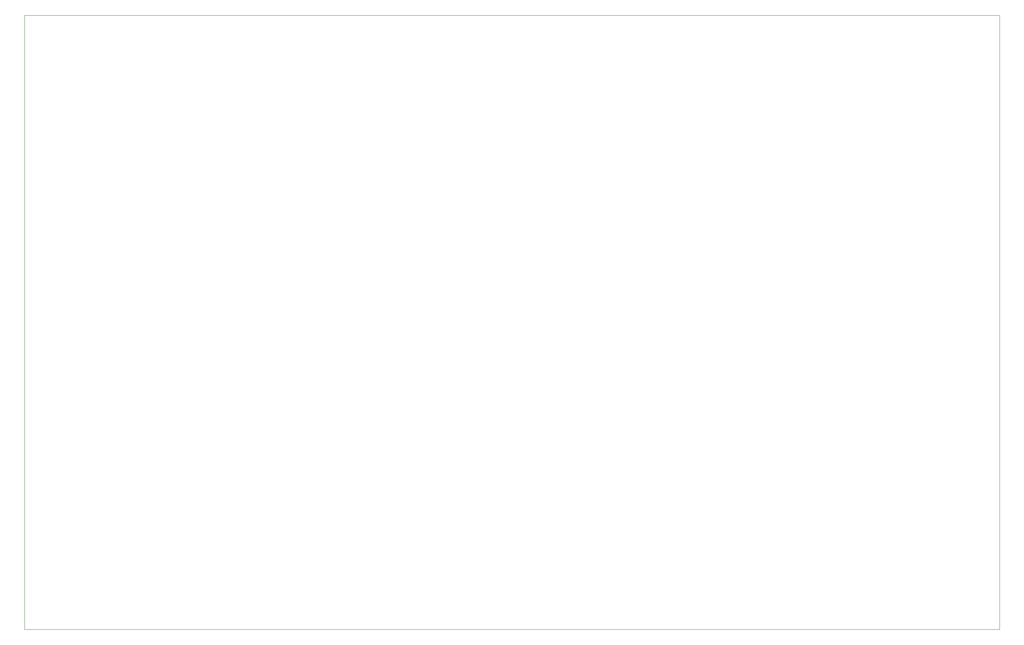
<source format=gbr>
G04 #@! TF.GenerationSoftware,KiCad,Pcbnew,5.1.4-e60b266~84~ubuntu18.04.1*
G04 #@! TF.CreationDate,2019-10-13T11:52:52+02:00*
G04 #@! TF.ProjectId,High_power__DC_DC_board,48696768-5f70-46f7-9765-725f5f44435f,rev?*
G04 #@! TF.SameCoordinates,Original*
G04 #@! TF.FileFunction,Profile,NP*
%FSLAX46Y46*%
G04 Gerber Fmt 4.6, Leading zero omitted, Abs format (unit mm)*
G04 Created by KiCad (PCBNEW 5.1.4-e60b266~84~ubuntu18.04.1) date 2019-10-13 11:52:52*
%MOMM*%
%LPD*%
G04 APERTURE LIST*
%ADD10C,0.050000*%
G04 APERTURE END LIST*
D10*
X234000000Y-23450000D02*
X18000000Y-23450000D01*
X18000000Y-159700000D02*
X18000000Y-23450000D01*
X234000000Y-159700000D02*
X18000000Y-159700000D01*
X234000000Y-23450000D02*
X234000000Y-159700000D01*
M02*

</source>
